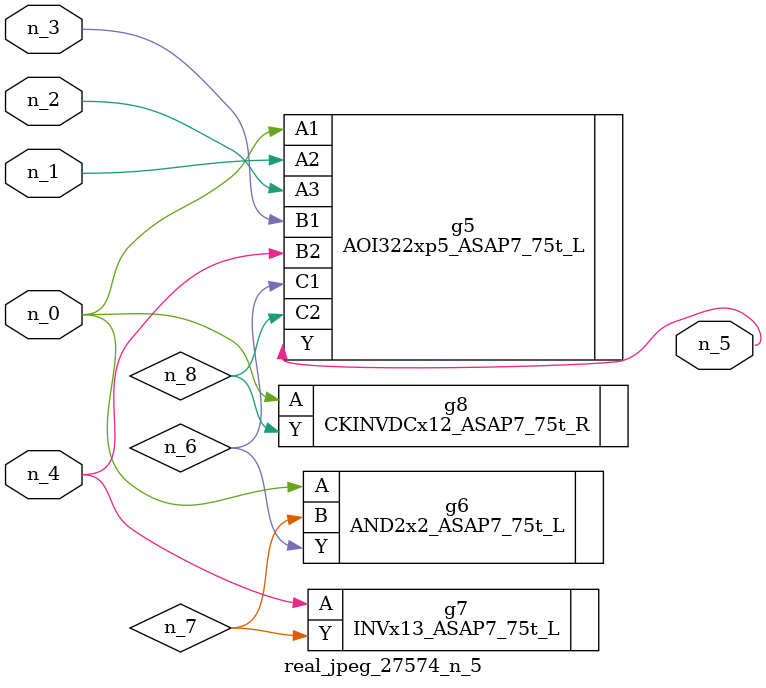
<source format=v>
module real_jpeg_27574_n_5 (n_4, n_0, n_1, n_2, n_3, n_5);

input n_4;
input n_0;
input n_1;
input n_2;
input n_3;

output n_5;

wire n_8;
wire n_6;
wire n_7;

AOI322xp5_ASAP7_75t_L g5 ( 
.A1(n_0),
.A2(n_1),
.A3(n_2),
.B1(n_3),
.B2(n_4),
.C1(n_6),
.C2(n_8),
.Y(n_5)
);

AND2x2_ASAP7_75t_L g6 ( 
.A(n_0),
.B(n_7),
.Y(n_6)
);

CKINVDCx12_ASAP7_75t_R g8 ( 
.A(n_0),
.Y(n_8)
);

INVx13_ASAP7_75t_L g7 ( 
.A(n_4),
.Y(n_7)
);


endmodule
</source>
